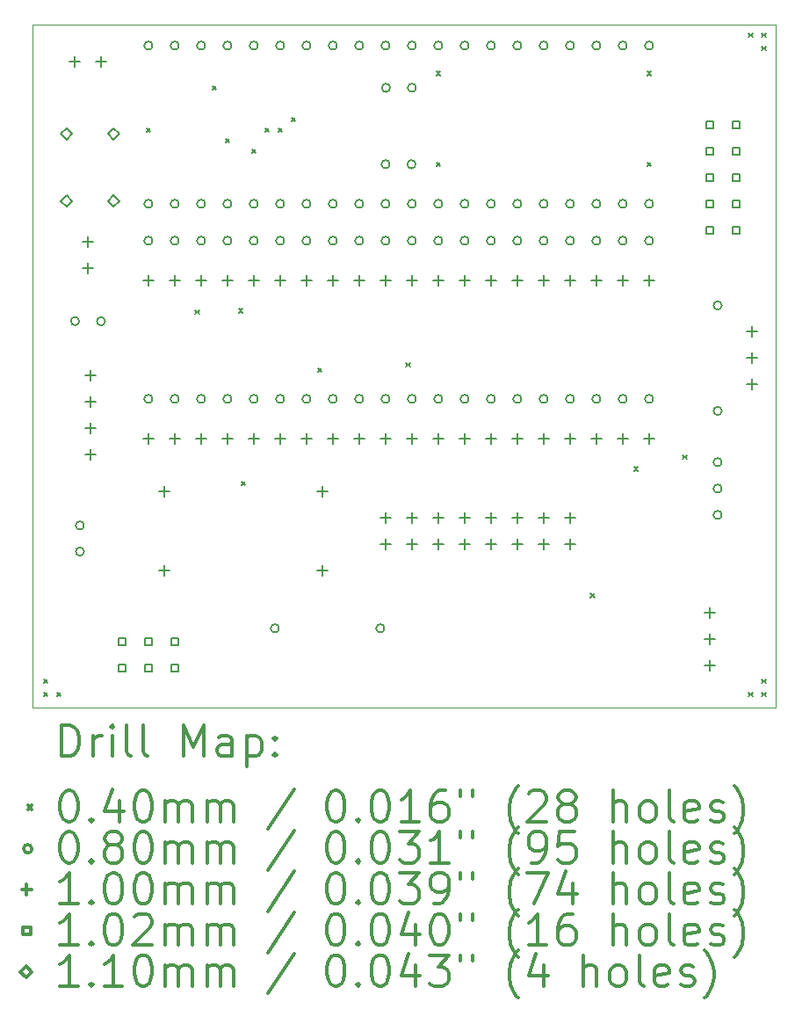
<source format=gbr>
%FSLAX45Y45*%
G04 Gerber Fmt 4.5, Leading zero omitted, Abs format (unit mm)*
G04 Created by KiCad (PCBNEW 5.1.9+dfsg1-1) date 2021-08-26 00:34:31*
%MOMM*%
%LPD*%
G01*
G04 APERTURE LIST*
%TA.AperFunction,Profile*%
%ADD10C,0.100000*%
%TD*%
%ADD11C,0.200000*%
%ADD12C,0.300000*%
G04 APERTURE END LIST*
D10*
X10795000Y-13970000D02*
X17957800Y-13970000D01*
X10795000Y-7391400D02*
X17957800Y-7391400D01*
X10795000Y-7391400D02*
X10795000Y-13970000D01*
X17957800Y-13970000D02*
X17957800Y-7391400D01*
D11*
X10902000Y-13696000D02*
X10942000Y-13736000D01*
X10942000Y-13696000D02*
X10902000Y-13736000D01*
X10902000Y-13823000D02*
X10942000Y-13863000D01*
X10942000Y-13823000D02*
X10902000Y-13863000D01*
X11029000Y-13823000D02*
X11069000Y-13863000D01*
X11069000Y-13823000D02*
X11029000Y-13863000D01*
X11892600Y-8387400D02*
X11932600Y-8427400D01*
X11932600Y-8387400D02*
X11892600Y-8427400D01*
X12362500Y-10140000D02*
X12402500Y-10180000D01*
X12402500Y-10140000D02*
X12362500Y-10180000D01*
X12527600Y-7981000D02*
X12567600Y-8021000D01*
X12567600Y-7981000D02*
X12527600Y-8021000D01*
X12654600Y-8489000D02*
X12694600Y-8529000D01*
X12694600Y-8489000D02*
X12654600Y-8529000D01*
X12781600Y-10127300D02*
X12821600Y-10167300D01*
X12821600Y-10127300D02*
X12781600Y-10167300D01*
X12807000Y-11791000D02*
X12847000Y-11831000D01*
X12847000Y-11791000D02*
X12807000Y-11831000D01*
X12908600Y-8590600D02*
X12948600Y-8630600D01*
X12948600Y-8590600D02*
X12908600Y-8630600D01*
X13035600Y-8387400D02*
X13075600Y-8427400D01*
X13075600Y-8387400D02*
X13035600Y-8427400D01*
X13162600Y-8387400D02*
X13202600Y-8427400D01*
X13202600Y-8387400D02*
X13162600Y-8427400D01*
X13289600Y-8285800D02*
X13329600Y-8325800D01*
X13329600Y-8285800D02*
X13289600Y-8325800D01*
X13543600Y-10698800D02*
X13583600Y-10738800D01*
X13583600Y-10698800D02*
X13543600Y-10738800D01*
X14394500Y-10648000D02*
X14434500Y-10688000D01*
X14434500Y-10648000D02*
X14394500Y-10688000D01*
X14686600Y-7841300D02*
X14726600Y-7881300D01*
X14726600Y-7841300D02*
X14686600Y-7881300D01*
X14686600Y-8717600D02*
X14726600Y-8757600D01*
X14726600Y-8717600D02*
X14686600Y-8757600D01*
X16172500Y-12870500D02*
X16212500Y-12910500D01*
X16212500Y-12870500D02*
X16172500Y-12910500D01*
X16591600Y-11651300D02*
X16631600Y-11691300D01*
X16631600Y-11651300D02*
X16591600Y-11691300D01*
X16718600Y-7841300D02*
X16758600Y-7881300D01*
X16758600Y-7841300D02*
X16718600Y-7881300D01*
X16718600Y-8717600D02*
X16758600Y-8757600D01*
X16758600Y-8717600D02*
X16718600Y-8757600D01*
X17061500Y-11537000D02*
X17101500Y-11577000D01*
X17101500Y-11537000D02*
X17061500Y-11577000D01*
X17696500Y-7473000D02*
X17736500Y-7513000D01*
X17736500Y-7473000D02*
X17696500Y-7513000D01*
X17696500Y-13823000D02*
X17736500Y-13863000D01*
X17736500Y-13823000D02*
X17696500Y-13863000D01*
X17823500Y-7473000D02*
X17863500Y-7513000D01*
X17863500Y-7473000D02*
X17823500Y-7513000D01*
X17823500Y-7600000D02*
X17863500Y-7640000D01*
X17863500Y-7600000D02*
X17823500Y-7640000D01*
X17823500Y-13696000D02*
X17863500Y-13736000D01*
X17863500Y-13696000D02*
X17823500Y-13736000D01*
X17823500Y-13823000D02*
X17863500Y-13863000D01*
X17863500Y-13823000D02*
X17823500Y-13863000D01*
X11245400Y-10248900D02*
G75*
G03*
X11245400Y-10248900I-40000J0D01*
G01*
X11292200Y-12217400D02*
G75*
G03*
X11292200Y-12217400I-40000J0D01*
G01*
X11292200Y-12467400D02*
G75*
G03*
X11292200Y-12467400I-40000J0D01*
G01*
X11495400Y-10248900D02*
G75*
G03*
X11495400Y-10248900I-40000J0D01*
G01*
X11952600Y-7594600D02*
G75*
G03*
X11952600Y-7594600I-40000J0D01*
G01*
X11952600Y-9118600D02*
G75*
G03*
X11952600Y-9118600I-40000J0D01*
G01*
X11952600Y-9474200D02*
G75*
G03*
X11952600Y-9474200I-40000J0D01*
G01*
X11952600Y-10998200D02*
G75*
G03*
X11952600Y-10998200I-40000J0D01*
G01*
X12206600Y-7594600D02*
G75*
G03*
X12206600Y-7594600I-40000J0D01*
G01*
X12206600Y-9118600D02*
G75*
G03*
X12206600Y-9118600I-40000J0D01*
G01*
X12206600Y-9474200D02*
G75*
G03*
X12206600Y-9474200I-40000J0D01*
G01*
X12206600Y-10998200D02*
G75*
G03*
X12206600Y-10998200I-40000J0D01*
G01*
X12460600Y-7594600D02*
G75*
G03*
X12460600Y-7594600I-40000J0D01*
G01*
X12460600Y-9118600D02*
G75*
G03*
X12460600Y-9118600I-40000J0D01*
G01*
X12460600Y-9474200D02*
G75*
G03*
X12460600Y-9474200I-40000J0D01*
G01*
X12460600Y-10998200D02*
G75*
G03*
X12460600Y-10998200I-40000J0D01*
G01*
X12714600Y-7594600D02*
G75*
G03*
X12714600Y-7594600I-40000J0D01*
G01*
X12714600Y-9118600D02*
G75*
G03*
X12714600Y-9118600I-40000J0D01*
G01*
X12714600Y-9474200D02*
G75*
G03*
X12714600Y-9474200I-40000J0D01*
G01*
X12714600Y-10998200D02*
G75*
G03*
X12714600Y-10998200I-40000J0D01*
G01*
X12968600Y-7594600D02*
G75*
G03*
X12968600Y-7594600I-40000J0D01*
G01*
X12968600Y-9118600D02*
G75*
G03*
X12968600Y-9118600I-40000J0D01*
G01*
X12968600Y-9474200D02*
G75*
G03*
X12968600Y-9474200I-40000J0D01*
G01*
X12968600Y-10998200D02*
G75*
G03*
X12968600Y-10998200I-40000J0D01*
G01*
X13171800Y-13208000D02*
G75*
G03*
X13171800Y-13208000I-40000J0D01*
G01*
X13222600Y-7594600D02*
G75*
G03*
X13222600Y-7594600I-40000J0D01*
G01*
X13222600Y-9118600D02*
G75*
G03*
X13222600Y-9118600I-40000J0D01*
G01*
X13222600Y-9474200D02*
G75*
G03*
X13222600Y-9474200I-40000J0D01*
G01*
X13222600Y-10998200D02*
G75*
G03*
X13222600Y-10998200I-40000J0D01*
G01*
X13476600Y-7594600D02*
G75*
G03*
X13476600Y-7594600I-40000J0D01*
G01*
X13476600Y-9118600D02*
G75*
G03*
X13476600Y-9118600I-40000J0D01*
G01*
X13476600Y-9474200D02*
G75*
G03*
X13476600Y-9474200I-40000J0D01*
G01*
X13476600Y-10998200D02*
G75*
G03*
X13476600Y-10998200I-40000J0D01*
G01*
X13730600Y-7594600D02*
G75*
G03*
X13730600Y-7594600I-40000J0D01*
G01*
X13730600Y-9118600D02*
G75*
G03*
X13730600Y-9118600I-40000J0D01*
G01*
X13730600Y-9474200D02*
G75*
G03*
X13730600Y-9474200I-40000J0D01*
G01*
X13730600Y-10998200D02*
G75*
G03*
X13730600Y-10998200I-40000J0D01*
G01*
X13984600Y-7594600D02*
G75*
G03*
X13984600Y-7594600I-40000J0D01*
G01*
X13984600Y-9118600D02*
G75*
G03*
X13984600Y-9118600I-40000J0D01*
G01*
X13984600Y-9474200D02*
G75*
G03*
X13984600Y-9474200I-40000J0D01*
G01*
X13984600Y-10998200D02*
G75*
G03*
X13984600Y-10998200I-40000J0D01*
G01*
X14187800Y-13208000D02*
G75*
G03*
X14187800Y-13208000I-40000J0D01*
G01*
X14238600Y-7594600D02*
G75*
G03*
X14238600Y-7594600I-40000J0D01*
G01*
X14238600Y-8737600D02*
G75*
G03*
X14238600Y-8737600I-40000J0D01*
G01*
X14238600Y-9118600D02*
G75*
G03*
X14238600Y-9118600I-40000J0D01*
G01*
X14238600Y-9474200D02*
G75*
G03*
X14238600Y-9474200I-40000J0D01*
G01*
X14238600Y-10998200D02*
G75*
G03*
X14238600Y-10998200I-40000J0D01*
G01*
X14242600Y-8001000D02*
G75*
G03*
X14242600Y-8001000I-40000J0D01*
G01*
X14488600Y-8737600D02*
G75*
G03*
X14488600Y-8737600I-40000J0D01*
G01*
X14492600Y-7594600D02*
G75*
G03*
X14492600Y-7594600I-40000J0D01*
G01*
X14492600Y-8001000D02*
G75*
G03*
X14492600Y-8001000I-40000J0D01*
G01*
X14492600Y-9118600D02*
G75*
G03*
X14492600Y-9118600I-40000J0D01*
G01*
X14492600Y-9474200D02*
G75*
G03*
X14492600Y-9474200I-40000J0D01*
G01*
X14492600Y-10998200D02*
G75*
G03*
X14492600Y-10998200I-40000J0D01*
G01*
X14746600Y-7594600D02*
G75*
G03*
X14746600Y-7594600I-40000J0D01*
G01*
X14746600Y-9118600D02*
G75*
G03*
X14746600Y-9118600I-40000J0D01*
G01*
X14746600Y-9474200D02*
G75*
G03*
X14746600Y-9474200I-40000J0D01*
G01*
X14746600Y-10998200D02*
G75*
G03*
X14746600Y-10998200I-40000J0D01*
G01*
X15000600Y-7594600D02*
G75*
G03*
X15000600Y-7594600I-40000J0D01*
G01*
X15000600Y-9118600D02*
G75*
G03*
X15000600Y-9118600I-40000J0D01*
G01*
X15000600Y-9474200D02*
G75*
G03*
X15000600Y-9474200I-40000J0D01*
G01*
X15000600Y-10998200D02*
G75*
G03*
X15000600Y-10998200I-40000J0D01*
G01*
X15254600Y-7594600D02*
G75*
G03*
X15254600Y-7594600I-40000J0D01*
G01*
X15254600Y-9118600D02*
G75*
G03*
X15254600Y-9118600I-40000J0D01*
G01*
X15254600Y-9474200D02*
G75*
G03*
X15254600Y-9474200I-40000J0D01*
G01*
X15254600Y-10998200D02*
G75*
G03*
X15254600Y-10998200I-40000J0D01*
G01*
X15508600Y-7594600D02*
G75*
G03*
X15508600Y-7594600I-40000J0D01*
G01*
X15508600Y-9118600D02*
G75*
G03*
X15508600Y-9118600I-40000J0D01*
G01*
X15508600Y-9474200D02*
G75*
G03*
X15508600Y-9474200I-40000J0D01*
G01*
X15508600Y-10998200D02*
G75*
G03*
X15508600Y-10998200I-40000J0D01*
G01*
X15762600Y-7594600D02*
G75*
G03*
X15762600Y-7594600I-40000J0D01*
G01*
X15762600Y-9118600D02*
G75*
G03*
X15762600Y-9118600I-40000J0D01*
G01*
X15762600Y-9474200D02*
G75*
G03*
X15762600Y-9474200I-40000J0D01*
G01*
X15762600Y-10998200D02*
G75*
G03*
X15762600Y-10998200I-40000J0D01*
G01*
X16016600Y-7594600D02*
G75*
G03*
X16016600Y-7594600I-40000J0D01*
G01*
X16016600Y-9118600D02*
G75*
G03*
X16016600Y-9118600I-40000J0D01*
G01*
X16016600Y-9474200D02*
G75*
G03*
X16016600Y-9474200I-40000J0D01*
G01*
X16016600Y-10998200D02*
G75*
G03*
X16016600Y-10998200I-40000J0D01*
G01*
X16270600Y-7594600D02*
G75*
G03*
X16270600Y-7594600I-40000J0D01*
G01*
X16270600Y-9118600D02*
G75*
G03*
X16270600Y-9118600I-40000J0D01*
G01*
X16270600Y-9474200D02*
G75*
G03*
X16270600Y-9474200I-40000J0D01*
G01*
X16270600Y-10998200D02*
G75*
G03*
X16270600Y-10998200I-40000J0D01*
G01*
X16524600Y-7594600D02*
G75*
G03*
X16524600Y-7594600I-40000J0D01*
G01*
X16524600Y-9118600D02*
G75*
G03*
X16524600Y-9118600I-40000J0D01*
G01*
X16524600Y-9474200D02*
G75*
G03*
X16524600Y-9474200I-40000J0D01*
G01*
X16524600Y-10998200D02*
G75*
G03*
X16524600Y-10998200I-40000J0D01*
G01*
X16778600Y-7594600D02*
G75*
G03*
X16778600Y-7594600I-40000J0D01*
G01*
X16778600Y-9118600D02*
G75*
G03*
X16778600Y-9118600I-40000J0D01*
G01*
X16778600Y-9474200D02*
G75*
G03*
X16778600Y-9474200I-40000J0D01*
G01*
X16778600Y-10998200D02*
G75*
G03*
X16778600Y-10998200I-40000J0D01*
G01*
X17439000Y-10096500D02*
G75*
G03*
X17439000Y-10096500I-40000J0D01*
G01*
X17439000Y-11112500D02*
G75*
G03*
X17439000Y-11112500I-40000J0D01*
G01*
X17439000Y-11607800D02*
G75*
G03*
X17439000Y-11607800I-40000J0D01*
G01*
X17439000Y-11861800D02*
G75*
G03*
X17439000Y-11861800I-40000J0D01*
G01*
X17439000Y-12115800D02*
G75*
G03*
X17439000Y-12115800I-40000J0D01*
G01*
X11201400Y-7697000D02*
X11201400Y-7797000D01*
X11151400Y-7747000D02*
X11251400Y-7747000D01*
X11328400Y-9436900D02*
X11328400Y-9536900D01*
X11278400Y-9486900D02*
X11378400Y-9486900D01*
X11328400Y-9690900D02*
X11328400Y-9790900D01*
X11278400Y-9740900D02*
X11378400Y-9740900D01*
X11353800Y-10719600D02*
X11353800Y-10819600D01*
X11303800Y-10769600D02*
X11403800Y-10769600D01*
X11353800Y-10973600D02*
X11353800Y-11073600D01*
X11303800Y-11023600D02*
X11403800Y-11023600D01*
X11353800Y-11227600D02*
X11353800Y-11327600D01*
X11303800Y-11277600D02*
X11403800Y-11277600D01*
X11353800Y-11481600D02*
X11353800Y-11581600D01*
X11303800Y-11531600D02*
X11403800Y-11531600D01*
X11455400Y-7697000D02*
X11455400Y-7797000D01*
X11405400Y-7747000D02*
X11505400Y-7747000D01*
X11912600Y-9805200D02*
X11912600Y-9905200D01*
X11862600Y-9855200D02*
X11962600Y-9855200D01*
X11912600Y-11329200D02*
X11912600Y-11429200D01*
X11862600Y-11379200D02*
X11962600Y-11379200D01*
X12065000Y-11837200D02*
X12065000Y-11937200D01*
X12015000Y-11887200D02*
X12115000Y-11887200D01*
X12065000Y-12599200D02*
X12065000Y-12699200D01*
X12015000Y-12649200D02*
X12115000Y-12649200D01*
X12166600Y-9805200D02*
X12166600Y-9905200D01*
X12116600Y-9855200D02*
X12216600Y-9855200D01*
X12166600Y-11329200D02*
X12166600Y-11429200D01*
X12116600Y-11379200D02*
X12216600Y-11379200D01*
X12420600Y-9805200D02*
X12420600Y-9905200D01*
X12370600Y-9855200D02*
X12470600Y-9855200D01*
X12420600Y-11329200D02*
X12420600Y-11429200D01*
X12370600Y-11379200D02*
X12470600Y-11379200D01*
X12674600Y-9805200D02*
X12674600Y-9905200D01*
X12624600Y-9855200D02*
X12724600Y-9855200D01*
X12674600Y-11329200D02*
X12674600Y-11429200D01*
X12624600Y-11379200D02*
X12724600Y-11379200D01*
X12928600Y-9805200D02*
X12928600Y-9905200D01*
X12878600Y-9855200D02*
X12978600Y-9855200D01*
X12928600Y-11329200D02*
X12928600Y-11429200D01*
X12878600Y-11379200D02*
X12978600Y-11379200D01*
X13182600Y-9805200D02*
X13182600Y-9905200D01*
X13132600Y-9855200D02*
X13232600Y-9855200D01*
X13182600Y-11329200D02*
X13182600Y-11429200D01*
X13132600Y-11379200D02*
X13232600Y-11379200D01*
X13436600Y-9805200D02*
X13436600Y-9905200D01*
X13386600Y-9855200D02*
X13486600Y-9855200D01*
X13436600Y-11329200D02*
X13436600Y-11429200D01*
X13386600Y-11379200D02*
X13486600Y-11379200D01*
X13589000Y-11837200D02*
X13589000Y-11937200D01*
X13539000Y-11887200D02*
X13639000Y-11887200D01*
X13589000Y-12599200D02*
X13589000Y-12699200D01*
X13539000Y-12649200D02*
X13639000Y-12649200D01*
X13690600Y-9805200D02*
X13690600Y-9905200D01*
X13640600Y-9855200D02*
X13740600Y-9855200D01*
X13690600Y-11329200D02*
X13690600Y-11429200D01*
X13640600Y-11379200D02*
X13740600Y-11379200D01*
X13944600Y-9805200D02*
X13944600Y-9905200D01*
X13894600Y-9855200D02*
X13994600Y-9855200D01*
X13944600Y-11329200D02*
X13944600Y-11429200D01*
X13894600Y-11379200D02*
X13994600Y-11379200D01*
X14198600Y-9805200D02*
X14198600Y-9905200D01*
X14148600Y-9855200D02*
X14248600Y-9855200D01*
X14198600Y-11329200D02*
X14198600Y-11429200D01*
X14148600Y-11379200D02*
X14248600Y-11379200D01*
X14198600Y-12091200D02*
X14198600Y-12191200D01*
X14148600Y-12141200D02*
X14248600Y-12141200D01*
X14198600Y-12345200D02*
X14198600Y-12445200D01*
X14148600Y-12395200D02*
X14248600Y-12395200D01*
X14452600Y-9805200D02*
X14452600Y-9905200D01*
X14402600Y-9855200D02*
X14502600Y-9855200D01*
X14452600Y-11329200D02*
X14452600Y-11429200D01*
X14402600Y-11379200D02*
X14502600Y-11379200D01*
X14452600Y-12091200D02*
X14452600Y-12191200D01*
X14402600Y-12141200D02*
X14502600Y-12141200D01*
X14452600Y-12345200D02*
X14452600Y-12445200D01*
X14402600Y-12395200D02*
X14502600Y-12395200D01*
X14706600Y-9805200D02*
X14706600Y-9905200D01*
X14656600Y-9855200D02*
X14756600Y-9855200D01*
X14706600Y-11329200D02*
X14706600Y-11429200D01*
X14656600Y-11379200D02*
X14756600Y-11379200D01*
X14706600Y-12091200D02*
X14706600Y-12191200D01*
X14656600Y-12141200D02*
X14756600Y-12141200D01*
X14706600Y-12345200D02*
X14706600Y-12445200D01*
X14656600Y-12395200D02*
X14756600Y-12395200D01*
X14960600Y-9805200D02*
X14960600Y-9905200D01*
X14910600Y-9855200D02*
X15010600Y-9855200D01*
X14960600Y-11329200D02*
X14960600Y-11429200D01*
X14910600Y-11379200D02*
X15010600Y-11379200D01*
X14960600Y-12091200D02*
X14960600Y-12191200D01*
X14910600Y-12141200D02*
X15010600Y-12141200D01*
X14960600Y-12345200D02*
X14960600Y-12445200D01*
X14910600Y-12395200D02*
X15010600Y-12395200D01*
X15214600Y-9805200D02*
X15214600Y-9905200D01*
X15164600Y-9855200D02*
X15264600Y-9855200D01*
X15214600Y-11329200D02*
X15214600Y-11429200D01*
X15164600Y-11379200D02*
X15264600Y-11379200D01*
X15214600Y-12091200D02*
X15214600Y-12191200D01*
X15164600Y-12141200D02*
X15264600Y-12141200D01*
X15214600Y-12345200D02*
X15214600Y-12445200D01*
X15164600Y-12395200D02*
X15264600Y-12395200D01*
X15468600Y-9805200D02*
X15468600Y-9905200D01*
X15418600Y-9855200D02*
X15518600Y-9855200D01*
X15468600Y-11329200D02*
X15468600Y-11429200D01*
X15418600Y-11379200D02*
X15518600Y-11379200D01*
X15468600Y-12091200D02*
X15468600Y-12191200D01*
X15418600Y-12141200D02*
X15518600Y-12141200D01*
X15468600Y-12345200D02*
X15468600Y-12445200D01*
X15418600Y-12395200D02*
X15518600Y-12395200D01*
X15722600Y-9805200D02*
X15722600Y-9905200D01*
X15672600Y-9855200D02*
X15772600Y-9855200D01*
X15722600Y-11329200D02*
X15722600Y-11429200D01*
X15672600Y-11379200D02*
X15772600Y-11379200D01*
X15722600Y-12091200D02*
X15722600Y-12191200D01*
X15672600Y-12141200D02*
X15772600Y-12141200D01*
X15722600Y-12345200D02*
X15722600Y-12445200D01*
X15672600Y-12395200D02*
X15772600Y-12395200D01*
X15976600Y-9805200D02*
X15976600Y-9905200D01*
X15926600Y-9855200D02*
X16026600Y-9855200D01*
X15976600Y-11329200D02*
X15976600Y-11429200D01*
X15926600Y-11379200D02*
X16026600Y-11379200D01*
X15976600Y-12091200D02*
X15976600Y-12191200D01*
X15926600Y-12141200D02*
X16026600Y-12141200D01*
X15976600Y-12345200D02*
X15976600Y-12445200D01*
X15926600Y-12395200D02*
X16026600Y-12395200D01*
X16230600Y-9805200D02*
X16230600Y-9905200D01*
X16180600Y-9855200D02*
X16280600Y-9855200D01*
X16230600Y-11329200D02*
X16230600Y-11429200D01*
X16180600Y-11379200D02*
X16280600Y-11379200D01*
X16484600Y-9805200D02*
X16484600Y-9905200D01*
X16434600Y-9855200D02*
X16534600Y-9855200D01*
X16484600Y-11329200D02*
X16484600Y-11429200D01*
X16434600Y-11379200D02*
X16534600Y-11379200D01*
X16738600Y-9805200D02*
X16738600Y-9905200D01*
X16688600Y-9855200D02*
X16788600Y-9855200D01*
X16738600Y-11329200D02*
X16738600Y-11429200D01*
X16688600Y-11379200D02*
X16788600Y-11379200D01*
X17322800Y-13005600D02*
X17322800Y-13105600D01*
X17272800Y-13055600D02*
X17372800Y-13055600D01*
X17322800Y-13259600D02*
X17322800Y-13359600D01*
X17272800Y-13309600D02*
X17372800Y-13309600D01*
X17322800Y-13513600D02*
X17322800Y-13613600D01*
X17272800Y-13563600D02*
X17372800Y-13563600D01*
X17729200Y-10300500D02*
X17729200Y-10400500D01*
X17679200Y-10350500D02*
X17779200Y-10350500D01*
X17729200Y-10554500D02*
X17729200Y-10654500D01*
X17679200Y-10604500D02*
X17779200Y-10604500D01*
X17729200Y-10808500D02*
X17729200Y-10908500D01*
X17679200Y-10858500D02*
X17779200Y-10858500D01*
X11694521Y-13370921D02*
X11694521Y-13299079D01*
X11622679Y-13299079D01*
X11622679Y-13370921D01*
X11694521Y-13370921D01*
X11694521Y-13624921D02*
X11694521Y-13553079D01*
X11622679Y-13553079D01*
X11622679Y-13624921D01*
X11694521Y-13624921D01*
X11948521Y-13370921D02*
X11948521Y-13299079D01*
X11876679Y-13299079D01*
X11876679Y-13370921D01*
X11948521Y-13370921D01*
X11948521Y-13624921D02*
X11948521Y-13553079D01*
X11876679Y-13553079D01*
X11876679Y-13624921D01*
X11948521Y-13624921D01*
X12202521Y-13370921D02*
X12202521Y-13299079D01*
X12130679Y-13299079D01*
X12130679Y-13370921D01*
X12202521Y-13370921D01*
X12202521Y-13624921D02*
X12202521Y-13553079D01*
X12130679Y-13553079D01*
X12130679Y-13624921D01*
X12202521Y-13624921D01*
X17358721Y-8392521D02*
X17358721Y-8320679D01*
X17286879Y-8320679D01*
X17286879Y-8392521D01*
X17358721Y-8392521D01*
X17358721Y-8646521D02*
X17358721Y-8574679D01*
X17286879Y-8574679D01*
X17286879Y-8646521D01*
X17358721Y-8646521D01*
X17358721Y-8900521D02*
X17358721Y-8828679D01*
X17286879Y-8828679D01*
X17286879Y-8900521D01*
X17358721Y-8900521D01*
X17358721Y-9154521D02*
X17358721Y-9082679D01*
X17286879Y-9082679D01*
X17286879Y-9154521D01*
X17358721Y-9154521D01*
X17358721Y-9408521D02*
X17358721Y-9336679D01*
X17286879Y-9336679D01*
X17286879Y-9408521D01*
X17358721Y-9408521D01*
X17612721Y-8392521D02*
X17612721Y-8320679D01*
X17540879Y-8320679D01*
X17540879Y-8392521D01*
X17612721Y-8392521D01*
X17612721Y-8646521D02*
X17612721Y-8574679D01*
X17540879Y-8574679D01*
X17540879Y-8646521D01*
X17612721Y-8646521D01*
X17612721Y-8900521D02*
X17612721Y-8828679D01*
X17540879Y-8828679D01*
X17540879Y-8900521D01*
X17612721Y-8900521D01*
X17612721Y-9154521D02*
X17612721Y-9082679D01*
X17540879Y-9082679D01*
X17540879Y-9154521D01*
X17612721Y-9154521D01*
X17612721Y-9408521D02*
X17612721Y-9336679D01*
X17540879Y-9336679D01*
X17540879Y-9408521D01*
X17612721Y-9408521D01*
X11125200Y-8498200D02*
X11180200Y-8443200D01*
X11125200Y-8388200D01*
X11070200Y-8443200D01*
X11125200Y-8498200D01*
X11125200Y-9148200D02*
X11180200Y-9093200D01*
X11125200Y-9038200D01*
X11070200Y-9093200D01*
X11125200Y-9148200D01*
X11575200Y-8498200D02*
X11630200Y-8443200D01*
X11575200Y-8388200D01*
X11520200Y-8443200D01*
X11575200Y-8498200D01*
X11575200Y-9148200D02*
X11630200Y-9093200D01*
X11575200Y-9038200D01*
X11520200Y-9093200D01*
X11575200Y-9148200D01*
D12*
X11076428Y-14440714D02*
X11076428Y-14140714D01*
X11147857Y-14140714D01*
X11190714Y-14155000D01*
X11219286Y-14183571D01*
X11233571Y-14212143D01*
X11247857Y-14269286D01*
X11247857Y-14312143D01*
X11233571Y-14369286D01*
X11219286Y-14397857D01*
X11190714Y-14426429D01*
X11147857Y-14440714D01*
X11076428Y-14440714D01*
X11376428Y-14440714D02*
X11376428Y-14240714D01*
X11376428Y-14297857D02*
X11390714Y-14269286D01*
X11405000Y-14255000D01*
X11433571Y-14240714D01*
X11462143Y-14240714D01*
X11562143Y-14440714D02*
X11562143Y-14240714D01*
X11562143Y-14140714D02*
X11547857Y-14155000D01*
X11562143Y-14169286D01*
X11576428Y-14155000D01*
X11562143Y-14140714D01*
X11562143Y-14169286D01*
X11747857Y-14440714D02*
X11719286Y-14426429D01*
X11705000Y-14397857D01*
X11705000Y-14140714D01*
X11905000Y-14440714D02*
X11876428Y-14426429D01*
X11862143Y-14397857D01*
X11862143Y-14140714D01*
X12247857Y-14440714D02*
X12247857Y-14140714D01*
X12347857Y-14355000D01*
X12447857Y-14140714D01*
X12447857Y-14440714D01*
X12719286Y-14440714D02*
X12719286Y-14283571D01*
X12705000Y-14255000D01*
X12676428Y-14240714D01*
X12619286Y-14240714D01*
X12590714Y-14255000D01*
X12719286Y-14426429D02*
X12690714Y-14440714D01*
X12619286Y-14440714D01*
X12590714Y-14426429D01*
X12576428Y-14397857D01*
X12576428Y-14369286D01*
X12590714Y-14340714D01*
X12619286Y-14326429D01*
X12690714Y-14326429D01*
X12719286Y-14312143D01*
X12862143Y-14240714D02*
X12862143Y-14540714D01*
X12862143Y-14255000D02*
X12890714Y-14240714D01*
X12947857Y-14240714D01*
X12976428Y-14255000D01*
X12990714Y-14269286D01*
X13005000Y-14297857D01*
X13005000Y-14383571D01*
X12990714Y-14412143D01*
X12976428Y-14426429D01*
X12947857Y-14440714D01*
X12890714Y-14440714D01*
X12862143Y-14426429D01*
X13133571Y-14412143D02*
X13147857Y-14426429D01*
X13133571Y-14440714D01*
X13119286Y-14426429D01*
X13133571Y-14412143D01*
X13133571Y-14440714D01*
X13133571Y-14255000D02*
X13147857Y-14269286D01*
X13133571Y-14283571D01*
X13119286Y-14269286D01*
X13133571Y-14255000D01*
X13133571Y-14283571D01*
X10750000Y-14915000D02*
X10790000Y-14955000D01*
X10790000Y-14915000D02*
X10750000Y-14955000D01*
X11133571Y-14770714D02*
X11162143Y-14770714D01*
X11190714Y-14785000D01*
X11205000Y-14799286D01*
X11219286Y-14827857D01*
X11233571Y-14885000D01*
X11233571Y-14956429D01*
X11219286Y-15013571D01*
X11205000Y-15042143D01*
X11190714Y-15056429D01*
X11162143Y-15070714D01*
X11133571Y-15070714D01*
X11105000Y-15056429D01*
X11090714Y-15042143D01*
X11076428Y-15013571D01*
X11062143Y-14956429D01*
X11062143Y-14885000D01*
X11076428Y-14827857D01*
X11090714Y-14799286D01*
X11105000Y-14785000D01*
X11133571Y-14770714D01*
X11362143Y-15042143D02*
X11376428Y-15056429D01*
X11362143Y-15070714D01*
X11347857Y-15056429D01*
X11362143Y-15042143D01*
X11362143Y-15070714D01*
X11633571Y-14870714D02*
X11633571Y-15070714D01*
X11562143Y-14756429D02*
X11490714Y-14970714D01*
X11676428Y-14970714D01*
X11847857Y-14770714D02*
X11876428Y-14770714D01*
X11905000Y-14785000D01*
X11919286Y-14799286D01*
X11933571Y-14827857D01*
X11947857Y-14885000D01*
X11947857Y-14956429D01*
X11933571Y-15013571D01*
X11919286Y-15042143D01*
X11905000Y-15056429D01*
X11876428Y-15070714D01*
X11847857Y-15070714D01*
X11819286Y-15056429D01*
X11805000Y-15042143D01*
X11790714Y-15013571D01*
X11776428Y-14956429D01*
X11776428Y-14885000D01*
X11790714Y-14827857D01*
X11805000Y-14799286D01*
X11819286Y-14785000D01*
X11847857Y-14770714D01*
X12076428Y-15070714D02*
X12076428Y-14870714D01*
X12076428Y-14899286D02*
X12090714Y-14885000D01*
X12119286Y-14870714D01*
X12162143Y-14870714D01*
X12190714Y-14885000D01*
X12205000Y-14913571D01*
X12205000Y-15070714D01*
X12205000Y-14913571D02*
X12219286Y-14885000D01*
X12247857Y-14870714D01*
X12290714Y-14870714D01*
X12319286Y-14885000D01*
X12333571Y-14913571D01*
X12333571Y-15070714D01*
X12476428Y-15070714D02*
X12476428Y-14870714D01*
X12476428Y-14899286D02*
X12490714Y-14885000D01*
X12519286Y-14870714D01*
X12562143Y-14870714D01*
X12590714Y-14885000D01*
X12605000Y-14913571D01*
X12605000Y-15070714D01*
X12605000Y-14913571D02*
X12619286Y-14885000D01*
X12647857Y-14870714D01*
X12690714Y-14870714D01*
X12719286Y-14885000D01*
X12733571Y-14913571D01*
X12733571Y-15070714D01*
X13319286Y-14756429D02*
X13062143Y-15142143D01*
X13705000Y-14770714D02*
X13733571Y-14770714D01*
X13762143Y-14785000D01*
X13776428Y-14799286D01*
X13790714Y-14827857D01*
X13805000Y-14885000D01*
X13805000Y-14956429D01*
X13790714Y-15013571D01*
X13776428Y-15042143D01*
X13762143Y-15056429D01*
X13733571Y-15070714D01*
X13705000Y-15070714D01*
X13676428Y-15056429D01*
X13662143Y-15042143D01*
X13647857Y-15013571D01*
X13633571Y-14956429D01*
X13633571Y-14885000D01*
X13647857Y-14827857D01*
X13662143Y-14799286D01*
X13676428Y-14785000D01*
X13705000Y-14770714D01*
X13933571Y-15042143D02*
X13947857Y-15056429D01*
X13933571Y-15070714D01*
X13919286Y-15056429D01*
X13933571Y-15042143D01*
X13933571Y-15070714D01*
X14133571Y-14770714D02*
X14162143Y-14770714D01*
X14190714Y-14785000D01*
X14205000Y-14799286D01*
X14219286Y-14827857D01*
X14233571Y-14885000D01*
X14233571Y-14956429D01*
X14219286Y-15013571D01*
X14205000Y-15042143D01*
X14190714Y-15056429D01*
X14162143Y-15070714D01*
X14133571Y-15070714D01*
X14105000Y-15056429D01*
X14090714Y-15042143D01*
X14076428Y-15013571D01*
X14062143Y-14956429D01*
X14062143Y-14885000D01*
X14076428Y-14827857D01*
X14090714Y-14799286D01*
X14105000Y-14785000D01*
X14133571Y-14770714D01*
X14519286Y-15070714D02*
X14347857Y-15070714D01*
X14433571Y-15070714D02*
X14433571Y-14770714D01*
X14405000Y-14813571D01*
X14376428Y-14842143D01*
X14347857Y-14856429D01*
X14776428Y-14770714D02*
X14719286Y-14770714D01*
X14690714Y-14785000D01*
X14676428Y-14799286D01*
X14647857Y-14842143D01*
X14633571Y-14899286D01*
X14633571Y-15013571D01*
X14647857Y-15042143D01*
X14662143Y-15056429D01*
X14690714Y-15070714D01*
X14747857Y-15070714D01*
X14776428Y-15056429D01*
X14790714Y-15042143D01*
X14805000Y-15013571D01*
X14805000Y-14942143D01*
X14790714Y-14913571D01*
X14776428Y-14899286D01*
X14747857Y-14885000D01*
X14690714Y-14885000D01*
X14662143Y-14899286D01*
X14647857Y-14913571D01*
X14633571Y-14942143D01*
X14919286Y-14770714D02*
X14919286Y-14827857D01*
X15033571Y-14770714D02*
X15033571Y-14827857D01*
X15476428Y-15185000D02*
X15462143Y-15170714D01*
X15433571Y-15127857D01*
X15419286Y-15099286D01*
X15405000Y-15056429D01*
X15390714Y-14985000D01*
X15390714Y-14927857D01*
X15405000Y-14856429D01*
X15419286Y-14813571D01*
X15433571Y-14785000D01*
X15462143Y-14742143D01*
X15476428Y-14727857D01*
X15576428Y-14799286D02*
X15590714Y-14785000D01*
X15619286Y-14770714D01*
X15690714Y-14770714D01*
X15719286Y-14785000D01*
X15733571Y-14799286D01*
X15747857Y-14827857D01*
X15747857Y-14856429D01*
X15733571Y-14899286D01*
X15562143Y-15070714D01*
X15747857Y-15070714D01*
X15919286Y-14899286D02*
X15890714Y-14885000D01*
X15876428Y-14870714D01*
X15862143Y-14842143D01*
X15862143Y-14827857D01*
X15876428Y-14799286D01*
X15890714Y-14785000D01*
X15919286Y-14770714D01*
X15976428Y-14770714D01*
X16005000Y-14785000D01*
X16019286Y-14799286D01*
X16033571Y-14827857D01*
X16033571Y-14842143D01*
X16019286Y-14870714D01*
X16005000Y-14885000D01*
X15976428Y-14899286D01*
X15919286Y-14899286D01*
X15890714Y-14913571D01*
X15876428Y-14927857D01*
X15862143Y-14956429D01*
X15862143Y-15013571D01*
X15876428Y-15042143D01*
X15890714Y-15056429D01*
X15919286Y-15070714D01*
X15976428Y-15070714D01*
X16005000Y-15056429D01*
X16019286Y-15042143D01*
X16033571Y-15013571D01*
X16033571Y-14956429D01*
X16019286Y-14927857D01*
X16005000Y-14913571D01*
X15976428Y-14899286D01*
X16390714Y-15070714D02*
X16390714Y-14770714D01*
X16519286Y-15070714D02*
X16519286Y-14913571D01*
X16505000Y-14885000D01*
X16476428Y-14870714D01*
X16433571Y-14870714D01*
X16405000Y-14885000D01*
X16390714Y-14899286D01*
X16705000Y-15070714D02*
X16676428Y-15056429D01*
X16662143Y-15042143D01*
X16647857Y-15013571D01*
X16647857Y-14927857D01*
X16662143Y-14899286D01*
X16676428Y-14885000D01*
X16705000Y-14870714D01*
X16747857Y-14870714D01*
X16776428Y-14885000D01*
X16790714Y-14899286D01*
X16805000Y-14927857D01*
X16805000Y-15013571D01*
X16790714Y-15042143D01*
X16776428Y-15056429D01*
X16747857Y-15070714D01*
X16705000Y-15070714D01*
X16976428Y-15070714D02*
X16947857Y-15056429D01*
X16933571Y-15027857D01*
X16933571Y-14770714D01*
X17205000Y-15056429D02*
X17176428Y-15070714D01*
X17119286Y-15070714D01*
X17090714Y-15056429D01*
X17076428Y-15027857D01*
X17076428Y-14913571D01*
X17090714Y-14885000D01*
X17119286Y-14870714D01*
X17176428Y-14870714D01*
X17205000Y-14885000D01*
X17219286Y-14913571D01*
X17219286Y-14942143D01*
X17076428Y-14970714D01*
X17333571Y-15056429D02*
X17362143Y-15070714D01*
X17419286Y-15070714D01*
X17447857Y-15056429D01*
X17462143Y-15027857D01*
X17462143Y-15013571D01*
X17447857Y-14985000D01*
X17419286Y-14970714D01*
X17376428Y-14970714D01*
X17347857Y-14956429D01*
X17333571Y-14927857D01*
X17333571Y-14913571D01*
X17347857Y-14885000D01*
X17376428Y-14870714D01*
X17419286Y-14870714D01*
X17447857Y-14885000D01*
X17562143Y-15185000D02*
X17576428Y-15170714D01*
X17605000Y-15127857D01*
X17619286Y-15099286D01*
X17633571Y-15056429D01*
X17647857Y-14985000D01*
X17647857Y-14927857D01*
X17633571Y-14856429D01*
X17619286Y-14813571D01*
X17605000Y-14785000D01*
X17576428Y-14742143D01*
X17562143Y-14727857D01*
X10790000Y-15331000D02*
G75*
G03*
X10790000Y-15331000I-40000J0D01*
G01*
X11133571Y-15166714D02*
X11162143Y-15166714D01*
X11190714Y-15181000D01*
X11205000Y-15195286D01*
X11219286Y-15223857D01*
X11233571Y-15281000D01*
X11233571Y-15352429D01*
X11219286Y-15409571D01*
X11205000Y-15438143D01*
X11190714Y-15452429D01*
X11162143Y-15466714D01*
X11133571Y-15466714D01*
X11105000Y-15452429D01*
X11090714Y-15438143D01*
X11076428Y-15409571D01*
X11062143Y-15352429D01*
X11062143Y-15281000D01*
X11076428Y-15223857D01*
X11090714Y-15195286D01*
X11105000Y-15181000D01*
X11133571Y-15166714D01*
X11362143Y-15438143D02*
X11376428Y-15452429D01*
X11362143Y-15466714D01*
X11347857Y-15452429D01*
X11362143Y-15438143D01*
X11362143Y-15466714D01*
X11547857Y-15295286D02*
X11519286Y-15281000D01*
X11505000Y-15266714D01*
X11490714Y-15238143D01*
X11490714Y-15223857D01*
X11505000Y-15195286D01*
X11519286Y-15181000D01*
X11547857Y-15166714D01*
X11605000Y-15166714D01*
X11633571Y-15181000D01*
X11647857Y-15195286D01*
X11662143Y-15223857D01*
X11662143Y-15238143D01*
X11647857Y-15266714D01*
X11633571Y-15281000D01*
X11605000Y-15295286D01*
X11547857Y-15295286D01*
X11519286Y-15309571D01*
X11505000Y-15323857D01*
X11490714Y-15352429D01*
X11490714Y-15409571D01*
X11505000Y-15438143D01*
X11519286Y-15452429D01*
X11547857Y-15466714D01*
X11605000Y-15466714D01*
X11633571Y-15452429D01*
X11647857Y-15438143D01*
X11662143Y-15409571D01*
X11662143Y-15352429D01*
X11647857Y-15323857D01*
X11633571Y-15309571D01*
X11605000Y-15295286D01*
X11847857Y-15166714D02*
X11876428Y-15166714D01*
X11905000Y-15181000D01*
X11919286Y-15195286D01*
X11933571Y-15223857D01*
X11947857Y-15281000D01*
X11947857Y-15352429D01*
X11933571Y-15409571D01*
X11919286Y-15438143D01*
X11905000Y-15452429D01*
X11876428Y-15466714D01*
X11847857Y-15466714D01*
X11819286Y-15452429D01*
X11805000Y-15438143D01*
X11790714Y-15409571D01*
X11776428Y-15352429D01*
X11776428Y-15281000D01*
X11790714Y-15223857D01*
X11805000Y-15195286D01*
X11819286Y-15181000D01*
X11847857Y-15166714D01*
X12076428Y-15466714D02*
X12076428Y-15266714D01*
X12076428Y-15295286D02*
X12090714Y-15281000D01*
X12119286Y-15266714D01*
X12162143Y-15266714D01*
X12190714Y-15281000D01*
X12205000Y-15309571D01*
X12205000Y-15466714D01*
X12205000Y-15309571D02*
X12219286Y-15281000D01*
X12247857Y-15266714D01*
X12290714Y-15266714D01*
X12319286Y-15281000D01*
X12333571Y-15309571D01*
X12333571Y-15466714D01*
X12476428Y-15466714D02*
X12476428Y-15266714D01*
X12476428Y-15295286D02*
X12490714Y-15281000D01*
X12519286Y-15266714D01*
X12562143Y-15266714D01*
X12590714Y-15281000D01*
X12605000Y-15309571D01*
X12605000Y-15466714D01*
X12605000Y-15309571D02*
X12619286Y-15281000D01*
X12647857Y-15266714D01*
X12690714Y-15266714D01*
X12719286Y-15281000D01*
X12733571Y-15309571D01*
X12733571Y-15466714D01*
X13319286Y-15152429D02*
X13062143Y-15538143D01*
X13705000Y-15166714D02*
X13733571Y-15166714D01*
X13762143Y-15181000D01*
X13776428Y-15195286D01*
X13790714Y-15223857D01*
X13805000Y-15281000D01*
X13805000Y-15352429D01*
X13790714Y-15409571D01*
X13776428Y-15438143D01*
X13762143Y-15452429D01*
X13733571Y-15466714D01*
X13705000Y-15466714D01*
X13676428Y-15452429D01*
X13662143Y-15438143D01*
X13647857Y-15409571D01*
X13633571Y-15352429D01*
X13633571Y-15281000D01*
X13647857Y-15223857D01*
X13662143Y-15195286D01*
X13676428Y-15181000D01*
X13705000Y-15166714D01*
X13933571Y-15438143D02*
X13947857Y-15452429D01*
X13933571Y-15466714D01*
X13919286Y-15452429D01*
X13933571Y-15438143D01*
X13933571Y-15466714D01*
X14133571Y-15166714D02*
X14162143Y-15166714D01*
X14190714Y-15181000D01*
X14205000Y-15195286D01*
X14219286Y-15223857D01*
X14233571Y-15281000D01*
X14233571Y-15352429D01*
X14219286Y-15409571D01*
X14205000Y-15438143D01*
X14190714Y-15452429D01*
X14162143Y-15466714D01*
X14133571Y-15466714D01*
X14105000Y-15452429D01*
X14090714Y-15438143D01*
X14076428Y-15409571D01*
X14062143Y-15352429D01*
X14062143Y-15281000D01*
X14076428Y-15223857D01*
X14090714Y-15195286D01*
X14105000Y-15181000D01*
X14133571Y-15166714D01*
X14333571Y-15166714D02*
X14519286Y-15166714D01*
X14419286Y-15281000D01*
X14462143Y-15281000D01*
X14490714Y-15295286D01*
X14505000Y-15309571D01*
X14519286Y-15338143D01*
X14519286Y-15409571D01*
X14505000Y-15438143D01*
X14490714Y-15452429D01*
X14462143Y-15466714D01*
X14376428Y-15466714D01*
X14347857Y-15452429D01*
X14333571Y-15438143D01*
X14805000Y-15466714D02*
X14633571Y-15466714D01*
X14719286Y-15466714D02*
X14719286Y-15166714D01*
X14690714Y-15209571D01*
X14662143Y-15238143D01*
X14633571Y-15252429D01*
X14919286Y-15166714D02*
X14919286Y-15223857D01*
X15033571Y-15166714D02*
X15033571Y-15223857D01*
X15476428Y-15581000D02*
X15462143Y-15566714D01*
X15433571Y-15523857D01*
X15419286Y-15495286D01*
X15405000Y-15452429D01*
X15390714Y-15381000D01*
X15390714Y-15323857D01*
X15405000Y-15252429D01*
X15419286Y-15209571D01*
X15433571Y-15181000D01*
X15462143Y-15138143D01*
X15476428Y-15123857D01*
X15605000Y-15466714D02*
X15662143Y-15466714D01*
X15690714Y-15452429D01*
X15705000Y-15438143D01*
X15733571Y-15395286D01*
X15747857Y-15338143D01*
X15747857Y-15223857D01*
X15733571Y-15195286D01*
X15719286Y-15181000D01*
X15690714Y-15166714D01*
X15633571Y-15166714D01*
X15605000Y-15181000D01*
X15590714Y-15195286D01*
X15576428Y-15223857D01*
X15576428Y-15295286D01*
X15590714Y-15323857D01*
X15605000Y-15338143D01*
X15633571Y-15352429D01*
X15690714Y-15352429D01*
X15719286Y-15338143D01*
X15733571Y-15323857D01*
X15747857Y-15295286D01*
X16019286Y-15166714D02*
X15876428Y-15166714D01*
X15862143Y-15309571D01*
X15876428Y-15295286D01*
X15905000Y-15281000D01*
X15976428Y-15281000D01*
X16005000Y-15295286D01*
X16019286Y-15309571D01*
X16033571Y-15338143D01*
X16033571Y-15409571D01*
X16019286Y-15438143D01*
X16005000Y-15452429D01*
X15976428Y-15466714D01*
X15905000Y-15466714D01*
X15876428Y-15452429D01*
X15862143Y-15438143D01*
X16390714Y-15466714D02*
X16390714Y-15166714D01*
X16519286Y-15466714D02*
X16519286Y-15309571D01*
X16505000Y-15281000D01*
X16476428Y-15266714D01*
X16433571Y-15266714D01*
X16405000Y-15281000D01*
X16390714Y-15295286D01*
X16705000Y-15466714D02*
X16676428Y-15452429D01*
X16662143Y-15438143D01*
X16647857Y-15409571D01*
X16647857Y-15323857D01*
X16662143Y-15295286D01*
X16676428Y-15281000D01*
X16705000Y-15266714D01*
X16747857Y-15266714D01*
X16776428Y-15281000D01*
X16790714Y-15295286D01*
X16805000Y-15323857D01*
X16805000Y-15409571D01*
X16790714Y-15438143D01*
X16776428Y-15452429D01*
X16747857Y-15466714D01*
X16705000Y-15466714D01*
X16976428Y-15466714D02*
X16947857Y-15452429D01*
X16933571Y-15423857D01*
X16933571Y-15166714D01*
X17205000Y-15452429D02*
X17176428Y-15466714D01*
X17119286Y-15466714D01*
X17090714Y-15452429D01*
X17076428Y-15423857D01*
X17076428Y-15309571D01*
X17090714Y-15281000D01*
X17119286Y-15266714D01*
X17176428Y-15266714D01*
X17205000Y-15281000D01*
X17219286Y-15309571D01*
X17219286Y-15338143D01*
X17076428Y-15366714D01*
X17333571Y-15452429D02*
X17362143Y-15466714D01*
X17419286Y-15466714D01*
X17447857Y-15452429D01*
X17462143Y-15423857D01*
X17462143Y-15409571D01*
X17447857Y-15381000D01*
X17419286Y-15366714D01*
X17376428Y-15366714D01*
X17347857Y-15352429D01*
X17333571Y-15323857D01*
X17333571Y-15309571D01*
X17347857Y-15281000D01*
X17376428Y-15266714D01*
X17419286Y-15266714D01*
X17447857Y-15281000D01*
X17562143Y-15581000D02*
X17576428Y-15566714D01*
X17605000Y-15523857D01*
X17619286Y-15495286D01*
X17633571Y-15452429D01*
X17647857Y-15381000D01*
X17647857Y-15323857D01*
X17633571Y-15252429D01*
X17619286Y-15209571D01*
X17605000Y-15181000D01*
X17576428Y-15138143D01*
X17562143Y-15123857D01*
X10740000Y-15677000D02*
X10740000Y-15777000D01*
X10690000Y-15727000D02*
X10790000Y-15727000D01*
X11233571Y-15862714D02*
X11062143Y-15862714D01*
X11147857Y-15862714D02*
X11147857Y-15562714D01*
X11119286Y-15605571D01*
X11090714Y-15634143D01*
X11062143Y-15648429D01*
X11362143Y-15834143D02*
X11376428Y-15848429D01*
X11362143Y-15862714D01*
X11347857Y-15848429D01*
X11362143Y-15834143D01*
X11362143Y-15862714D01*
X11562143Y-15562714D02*
X11590714Y-15562714D01*
X11619286Y-15577000D01*
X11633571Y-15591286D01*
X11647857Y-15619857D01*
X11662143Y-15677000D01*
X11662143Y-15748429D01*
X11647857Y-15805571D01*
X11633571Y-15834143D01*
X11619286Y-15848429D01*
X11590714Y-15862714D01*
X11562143Y-15862714D01*
X11533571Y-15848429D01*
X11519286Y-15834143D01*
X11505000Y-15805571D01*
X11490714Y-15748429D01*
X11490714Y-15677000D01*
X11505000Y-15619857D01*
X11519286Y-15591286D01*
X11533571Y-15577000D01*
X11562143Y-15562714D01*
X11847857Y-15562714D02*
X11876428Y-15562714D01*
X11905000Y-15577000D01*
X11919286Y-15591286D01*
X11933571Y-15619857D01*
X11947857Y-15677000D01*
X11947857Y-15748429D01*
X11933571Y-15805571D01*
X11919286Y-15834143D01*
X11905000Y-15848429D01*
X11876428Y-15862714D01*
X11847857Y-15862714D01*
X11819286Y-15848429D01*
X11805000Y-15834143D01*
X11790714Y-15805571D01*
X11776428Y-15748429D01*
X11776428Y-15677000D01*
X11790714Y-15619857D01*
X11805000Y-15591286D01*
X11819286Y-15577000D01*
X11847857Y-15562714D01*
X12076428Y-15862714D02*
X12076428Y-15662714D01*
X12076428Y-15691286D02*
X12090714Y-15677000D01*
X12119286Y-15662714D01*
X12162143Y-15662714D01*
X12190714Y-15677000D01*
X12205000Y-15705571D01*
X12205000Y-15862714D01*
X12205000Y-15705571D02*
X12219286Y-15677000D01*
X12247857Y-15662714D01*
X12290714Y-15662714D01*
X12319286Y-15677000D01*
X12333571Y-15705571D01*
X12333571Y-15862714D01*
X12476428Y-15862714D02*
X12476428Y-15662714D01*
X12476428Y-15691286D02*
X12490714Y-15677000D01*
X12519286Y-15662714D01*
X12562143Y-15662714D01*
X12590714Y-15677000D01*
X12605000Y-15705571D01*
X12605000Y-15862714D01*
X12605000Y-15705571D02*
X12619286Y-15677000D01*
X12647857Y-15662714D01*
X12690714Y-15662714D01*
X12719286Y-15677000D01*
X12733571Y-15705571D01*
X12733571Y-15862714D01*
X13319286Y-15548429D02*
X13062143Y-15934143D01*
X13705000Y-15562714D02*
X13733571Y-15562714D01*
X13762143Y-15577000D01*
X13776428Y-15591286D01*
X13790714Y-15619857D01*
X13805000Y-15677000D01*
X13805000Y-15748429D01*
X13790714Y-15805571D01*
X13776428Y-15834143D01*
X13762143Y-15848429D01*
X13733571Y-15862714D01*
X13705000Y-15862714D01*
X13676428Y-15848429D01*
X13662143Y-15834143D01*
X13647857Y-15805571D01*
X13633571Y-15748429D01*
X13633571Y-15677000D01*
X13647857Y-15619857D01*
X13662143Y-15591286D01*
X13676428Y-15577000D01*
X13705000Y-15562714D01*
X13933571Y-15834143D02*
X13947857Y-15848429D01*
X13933571Y-15862714D01*
X13919286Y-15848429D01*
X13933571Y-15834143D01*
X13933571Y-15862714D01*
X14133571Y-15562714D02*
X14162143Y-15562714D01*
X14190714Y-15577000D01*
X14205000Y-15591286D01*
X14219286Y-15619857D01*
X14233571Y-15677000D01*
X14233571Y-15748429D01*
X14219286Y-15805571D01*
X14205000Y-15834143D01*
X14190714Y-15848429D01*
X14162143Y-15862714D01*
X14133571Y-15862714D01*
X14105000Y-15848429D01*
X14090714Y-15834143D01*
X14076428Y-15805571D01*
X14062143Y-15748429D01*
X14062143Y-15677000D01*
X14076428Y-15619857D01*
X14090714Y-15591286D01*
X14105000Y-15577000D01*
X14133571Y-15562714D01*
X14333571Y-15562714D02*
X14519286Y-15562714D01*
X14419286Y-15677000D01*
X14462143Y-15677000D01*
X14490714Y-15691286D01*
X14505000Y-15705571D01*
X14519286Y-15734143D01*
X14519286Y-15805571D01*
X14505000Y-15834143D01*
X14490714Y-15848429D01*
X14462143Y-15862714D01*
X14376428Y-15862714D01*
X14347857Y-15848429D01*
X14333571Y-15834143D01*
X14662143Y-15862714D02*
X14719286Y-15862714D01*
X14747857Y-15848429D01*
X14762143Y-15834143D01*
X14790714Y-15791286D01*
X14805000Y-15734143D01*
X14805000Y-15619857D01*
X14790714Y-15591286D01*
X14776428Y-15577000D01*
X14747857Y-15562714D01*
X14690714Y-15562714D01*
X14662143Y-15577000D01*
X14647857Y-15591286D01*
X14633571Y-15619857D01*
X14633571Y-15691286D01*
X14647857Y-15719857D01*
X14662143Y-15734143D01*
X14690714Y-15748429D01*
X14747857Y-15748429D01*
X14776428Y-15734143D01*
X14790714Y-15719857D01*
X14805000Y-15691286D01*
X14919286Y-15562714D02*
X14919286Y-15619857D01*
X15033571Y-15562714D02*
X15033571Y-15619857D01*
X15476428Y-15977000D02*
X15462143Y-15962714D01*
X15433571Y-15919857D01*
X15419286Y-15891286D01*
X15405000Y-15848429D01*
X15390714Y-15777000D01*
X15390714Y-15719857D01*
X15405000Y-15648429D01*
X15419286Y-15605571D01*
X15433571Y-15577000D01*
X15462143Y-15534143D01*
X15476428Y-15519857D01*
X15562143Y-15562714D02*
X15762143Y-15562714D01*
X15633571Y-15862714D01*
X16005000Y-15662714D02*
X16005000Y-15862714D01*
X15933571Y-15548429D02*
X15862143Y-15762714D01*
X16047857Y-15762714D01*
X16390714Y-15862714D02*
X16390714Y-15562714D01*
X16519286Y-15862714D02*
X16519286Y-15705571D01*
X16505000Y-15677000D01*
X16476428Y-15662714D01*
X16433571Y-15662714D01*
X16405000Y-15677000D01*
X16390714Y-15691286D01*
X16705000Y-15862714D02*
X16676428Y-15848429D01*
X16662143Y-15834143D01*
X16647857Y-15805571D01*
X16647857Y-15719857D01*
X16662143Y-15691286D01*
X16676428Y-15677000D01*
X16705000Y-15662714D01*
X16747857Y-15662714D01*
X16776428Y-15677000D01*
X16790714Y-15691286D01*
X16805000Y-15719857D01*
X16805000Y-15805571D01*
X16790714Y-15834143D01*
X16776428Y-15848429D01*
X16747857Y-15862714D01*
X16705000Y-15862714D01*
X16976428Y-15862714D02*
X16947857Y-15848429D01*
X16933571Y-15819857D01*
X16933571Y-15562714D01*
X17205000Y-15848429D02*
X17176428Y-15862714D01*
X17119286Y-15862714D01*
X17090714Y-15848429D01*
X17076428Y-15819857D01*
X17076428Y-15705571D01*
X17090714Y-15677000D01*
X17119286Y-15662714D01*
X17176428Y-15662714D01*
X17205000Y-15677000D01*
X17219286Y-15705571D01*
X17219286Y-15734143D01*
X17076428Y-15762714D01*
X17333571Y-15848429D02*
X17362143Y-15862714D01*
X17419286Y-15862714D01*
X17447857Y-15848429D01*
X17462143Y-15819857D01*
X17462143Y-15805571D01*
X17447857Y-15777000D01*
X17419286Y-15762714D01*
X17376428Y-15762714D01*
X17347857Y-15748429D01*
X17333571Y-15719857D01*
X17333571Y-15705571D01*
X17347857Y-15677000D01*
X17376428Y-15662714D01*
X17419286Y-15662714D01*
X17447857Y-15677000D01*
X17562143Y-15977000D02*
X17576428Y-15962714D01*
X17605000Y-15919857D01*
X17619286Y-15891286D01*
X17633571Y-15848429D01*
X17647857Y-15777000D01*
X17647857Y-15719857D01*
X17633571Y-15648429D01*
X17619286Y-15605571D01*
X17605000Y-15577000D01*
X17576428Y-15534143D01*
X17562143Y-15519857D01*
X10775121Y-16158921D02*
X10775121Y-16087079D01*
X10703279Y-16087079D01*
X10703279Y-16158921D01*
X10775121Y-16158921D01*
X11233571Y-16258714D02*
X11062143Y-16258714D01*
X11147857Y-16258714D02*
X11147857Y-15958714D01*
X11119286Y-16001571D01*
X11090714Y-16030143D01*
X11062143Y-16044429D01*
X11362143Y-16230143D02*
X11376428Y-16244429D01*
X11362143Y-16258714D01*
X11347857Y-16244429D01*
X11362143Y-16230143D01*
X11362143Y-16258714D01*
X11562143Y-15958714D02*
X11590714Y-15958714D01*
X11619286Y-15973000D01*
X11633571Y-15987286D01*
X11647857Y-16015857D01*
X11662143Y-16073000D01*
X11662143Y-16144429D01*
X11647857Y-16201571D01*
X11633571Y-16230143D01*
X11619286Y-16244429D01*
X11590714Y-16258714D01*
X11562143Y-16258714D01*
X11533571Y-16244429D01*
X11519286Y-16230143D01*
X11505000Y-16201571D01*
X11490714Y-16144429D01*
X11490714Y-16073000D01*
X11505000Y-16015857D01*
X11519286Y-15987286D01*
X11533571Y-15973000D01*
X11562143Y-15958714D01*
X11776428Y-15987286D02*
X11790714Y-15973000D01*
X11819286Y-15958714D01*
X11890714Y-15958714D01*
X11919286Y-15973000D01*
X11933571Y-15987286D01*
X11947857Y-16015857D01*
X11947857Y-16044429D01*
X11933571Y-16087286D01*
X11762143Y-16258714D01*
X11947857Y-16258714D01*
X12076428Y-16258714D02*
X12076428Y-16058714D01*
X12076428Y-16087286D02*
X12090714Y-16073000D01*
X12119286Y-16058714D01*
X12162143Y-16058714D01*
X12190714Y-16073000D01*
X12205000Y-16101571D01*
X12205000Y-16258714D01*
X12205000Y-16101571D02*
X12219286Y-16073000D01*
X12247857Y-16058714D01*
X12290714Y-16058714D01*
X12319286Y-16073000D01*
X12333571Y-16101571D01*
X12333571Y-16258714D01*
X12476428Y-16258714D02*
X12476428Y-16058714D01*
X12476428Y-16087286D02*
X12490714Y-16073000D01*
X12519286Y-16058714D01*
X12562143Y-16058714D01*
X12590714Y-16073000D01*
X12605000Y-16101571D01*
X12605000Y-16258714D01*
X12605000Y-16101571D02*
X12619286Y-16073000D01*
X12647857Y-16058714D01*
X12690714Y-16058714D01*
X12719286Y-16073000D01*
X12733571Y-16101571D01*
X12733571Y-16258714D01*
X13319286Y-15944429D02*
X13062143Y-16330143D01*
X13705000Y-15958714D02*
X13733571Y-15958714D01*
X13762143Y-15973000D01*
X13776428Y-15987286D01*
X13790714Y-16015857D01*
X13805000Y-16073000D01*
X13805000Y-16144429D01*
X13790714Y-16201571D01*
X13776428Y-16230143D01*
X13762143Y-16244429D01*
X13733571Y-16258714D01*
X13705000Y-16258714D01*
X13676428Y-16244429D01*
X13662143Y-16230143D01*
X13647857Y-16201571D01*
X13633571Y-16144429D01*
X13633571Y-16073000D01*
X13647857Y-16015857D01*
X13662143Y-15987286D01*
X13676428Y-15973000D01*
X13705000Y-15958714D01*
X13933571Y-16230143D02*
X13947857Y-16244429D01*
X13933571Y-16258714D01*
X13919286Y-16244429D01*
X13933571Y-16230143D01*
X13933571Y-16258714D01*
X14133571Y-15958714D02*
X14162143Y-15958714D01*
X14190714Y-15973000D01*
X14205000Y-15987286D01*
X14219286Y-16015857D01*
X14233571Y-16073000D01*
X14233571Y-16144429D01*
X14219286Y-16201571D01*
X14205000Y-16230143D01*
X14190714Y-16244429D01*
X14162143Y-16258714D01*
X14133571Y-16258714D01*
X14105000Y-16244429D01*
X14090714Y-16230143D01*
X14076428Y-16201571D01*
X14062143Y-16144429D01*
X14062143Y-16073000D01*
X14076428Y-16015857D01*
X14090714Y-15987286D01*
X14105000Y-15973000D01*
X14133571Y-15958714D01*
X14490714Y-16058714D02*
X14490714Y-16258714D01*
X14419286Y-15944429D02*
X14347857Y-16158714D01*
X14533571Y-16158714D01*
X14705000Y-15958714D02*
X14733571Y-15958714D01*
X14762143Y-15973000D01*
X14776428Y-15987286D01*
X14790714Y-16015857D01*
X14805000Y-16073000D01*
X14805000Y-16144429D01*
X14790714Y-16201571D01*
X14776428Y-16230143D01*
X14762143Y-16244429D01*
X14733571Y-16258714D01*
X14705000Y-16258714D01*
X14676428Y-16244429D01*
X14662143Y-16230143D01*
X14647857Y-16201571D01*
X14633571Y-16144429D01*
X14633571Y-16073000D01*
X14647857Y-16015857D01*
X14662143Y-15987286D01*
X14676428Y-15973000D01*
X14705000Y-15958714D01*
X14919286Y-15958714D02*
X14919286Y-16015857D01*
X15033571Y-15958714D02*
X15033571Y-16015857D01*
X15476428Y-16373000D02*
X15462143Y-16358714D01*
X15433571Y-16315857D01*
X15419286Y-16287286D01*
X15405000Y-16244429D01*
X15390714Y-16173000D01*
X15390714Y-16115857D01*
X15405000Y-16044429D01*
X15419286Y-16001571D01*
X15433571Y-15973000D01*
X15462143Y-15930143D01*
X15476428Y-15915857D01*
X15747857Y-16258714D02*
X15576428Y-16258714D01*
X15662143Y-16258714D02*
X15662143Y-15958714D01*
X15633571Y-16001571D01*
X15605000Y-16030143D01*
X15576428Y-16044429D01*
X16005000Y-15958714D02*
X15947857Y-15958714D01*
X15919286Y-15973000D01*
X15905000Y-15987286D01*
X15876428Y-16030143D01*
X15862143Y-16087286D01*
X15862143Y-16201571D01*
X15876428Y-16230143D01*
X15890714Y-16244429D01*
X15919286Y-16258714D01*
X15976428Y-16258714D01*
X16005000Y-16244429D01*
X16019286Y-16230143D01*
X16033571Y-16201571D01*
X16033571Y-16130143D01*
X16019286Y-16101571D01*
X16005000Y-16087286D01*
X15976428Y-16073000D01*
X15919286Y-16073000D01*
X15890714Y-16087286D01*
X15876428Y-16101571D01*
X15862143Y-16130143D01*
X16390714Y-16258714D02*
X16390714Y-15958714D01*
X16519286Y-16258714D02*
X16519286Y-16101571D01*
X16505000Y-16073000D01*
X16476428Y-16058714D01*
X16433571Y-16058714D01*
X16405000Y-16073000D01*
X16390714Y-16087286D01*
X16705000Y-16258714D02*
X16676428Y-16244429D01*
X16662143Y-16230143D01*
X16647857Y-16201571D01*
X16647857Y-16115857D01*
X16662143Y-16087286D01*
X16676428Y-16073000D01*
X16705000Y-16058714D01*
X16747857Y-16058714D01*
X16776428Y-16073000D01*
X16790714Y-16087286D01*
X16805000Y-16115857D01*
X16805000Y-16201571D01*
X16790714Y-16230143D01*
X16776428Y-16244429D01*
X16747857Y-16258714D01*
X16705000Y-16258714D01*
X16976428Y-16258714D02*
X16947857Y-16244429D01*
X16933571Y-16215857D01*
X16933571Y-15958714D01*
X17205000Y-16244429D02*
X17176428Y-16258714D01*
X17119286Y-16258714D01*
X17090714Y-16244429D01*
X17076428Y-16215857D01*
X17076428Y-16101571D01*
X17090714Y-16073000D01*
X17119286Y-16058714D01*
X17176428Y-16058714D01*
X17205000Y-16073000D01*
X17219286Y-16101571D01*
X17219286Y-16130143D01*
X17076428Y-16158714D01*
X17333571Y-16244429D02*
X17362143Y-16258714D01*
X17419286Y-16258714D01*
X17447857Y-16244429D01*
X17462143Y-16215857D01*
X17462143Y-16201571D01*
X17447857Y-16173000D01*
X17419286Y-16158714D01*
X17376428Y-16158714D01*
X17347857Y-16144429D01*
X17333571Y-16115857D01*
X17333571Y-16101571D01*
X17347857Y-16073000D01*
X17376428Y-16058714D01*
X17419286Y-16058714D01*
X17447857Y-16073000D01*
X17562143Y-16373000D02*
X17576428Y-16358714D01*
X17605000Y-16315857D01*
X17619286Y-16287286D01*
X17633571Y-16244429D01*
X17647857Y-16173000D01*
X17647857Y-16115857D01*
X17633571Y-16044429D01*
X17619286Y-16001571D01*
X17605000Y-15973000D01*
X17576428Y-15930143D01*
X17562143Y-15915857D01*
X10735000Y-16574000D02*
X10790000Y-16519000D01*
X10735000Y-16464000D01*
X10680000Y-16519000D01*
X10735000Y-16574000D01*
X11233571Y-16654714D02*
X11062143Y-16654714D01*
X11147857Y-16654714D02*
X11147857Y-16354714D01*
X11119286Y-16397571D01*
X11090714Y-16426143D01*
X11062143Y-16440429D01*
X11362143Y-16626143D02*
X11376428Y-16640429D01*
X11362143Y-16654714D01*
X11347857Y-16640429D01*
X11362143Y-16626143D01*
X11362143Y-16654714D01*
X11662143Y-16654714D02*
X11490714Y-16654714D01*
X11576428Y-16654714D02*
X11576428Y-16354714D01*
X11547857Y-16397571D01*
X11519286Y-16426143D01*
X11490714Y-16440429D01*
X11847857Y-16354714D02*
X11876428Y-16354714D01*
X11905000Y-16369000D01*
X11919286Y-16383286D01*
X11933571Y-16411857D01*
X11947857Y-16469000D01*
X11947857Y-16540429D01*
X11933571Y-16597571D01*
X11919286Y-16626143D01*
X11905000Y-16640429D01*
X11876428Y-16654714D01*
X11847857Y-16654714D01*
X11819286Y-16640429D01*
X11805000Y-16626143D01*
X11790714Y-16597571D01*
X11776428Y-16540429D01*
X11776428Y-16469000D01*
X11790714Y-16411857D01*
X11805000Y-16383286D01*
X11819286Y-16369000D01*
X11847857Y-16354714D01*
X12076428Y-16654714D02*
X12076428Y-16454714D01*
X12076428Y-16483286D02*
X12090714Y-16469000D01*
X12119286Y-16454714D01*
X12162143Y-16454714D01*
X12190714Y-16469000D01*
X12205000Y-16497571D01*
X12205000Y-16654714D01*
X12205000Y-16497571D02*
X12219286Y-16469000D01*
X12247857Y-16454714D01*
X12290714Y-16454714D01*
X12319286Y-16469000D01*
X12333571Y-16497571D01*
X12333571Y-16654714D01*
X12476428Y-16654714D02*
X12476428Y-16454714D01*
X12476428Y-16483286D02*
X12490714Y-16469000D01*
X12519286Y-16454714D01*
X12562143Y-16454714D01*
X12590714Y-16469000D01*
X12605000Y-16497571D01*
X12605000Y-16654714D01*
X12605000Y-16497571D02*
X12619286Y-16469000D01*
X12647857Y-16454714D01*
X12690714Y-16454714D01*
X12719286Y-16469000D01*
X12733571Y-16497571D01*
X12733571Y-16654714D01*
X13319286Y-16340429D02*
X13062143Y-16726143D01*
X13705000Y-16354714D02*
X13733571Y-16354714D01*
X13762143Y-16369000D01*
X13776428Y-16383286D01*
X13790714Y-16411857D01*
X13805000Y-16469000D01*
X13805000Y-16540429D01*
X13790714Y-16597571D01*
X13776428Y-16626143D01*
X13762143Y-16640429D01*
X13733571Y-16654714D01*
X13705000Y-16654714D01*
X13676428Y-16640429D01*
X13662143Y-16626143D01*
X13647857Y-16597571D01*
X13633571Y-16540429D01*
X13633571Y-16469000D01*
X13647857Y-16411857D01*
X13662143Y-16383286D01*
X13676428Y-16369000D01*
X13705000Y-16354714D01*
X13933571Y-16626143D02*
X13947857Y-16640429D01*
X13933571Y-16654714D01*
X13919286Y-16640429D01*
X13933571Y-16626143D01*
X13933571Y-16654714D01*
X14133571Y-16354714D02*
X14162143Y-16354714D01*
X14190714Y-16369000D01*
X14205000Y-16383286D01*
X14219286Y-16411857D01*
X14233571Y-16469000D01*
X14233571Y-16540429D01*
X14219286Y-16597571D01*
X14205000Y-16626143D01*
X14190714Y-16640429D01*
X14162143Y-16654714D01*
X14133571Y-16654714D01*
X14105000Y-16640429D01*
X14090714Y-16626143D01*
X14076428Y-16597571D01*
X14062143Y-16540429D01*
X14062143Y-16469000D01*
X14076428Y-16411857D01*
X14090714Y-16383286D01*
X14105000Y-16369000D01*
X14133571Y-16354714D01*
X14490714Y-16454714D02*
X14490714Y-16654714D01*
X14419286Y-16340429D02*
X14347857Y-16554714D01*
X14533571Y-16554714D01*
X14619286Y-16354714D02*
X14805000Y-16354714D01*
X14705000Y-16469000D01*
X14747857Y-16469000D01*
X14776428Y-16483286D01*
X14790714Y-16497571D01*
X14805000Y-16526143D01*
X14805000Y-16597571D01*
X14790714Y-16626143D01*
X14776428Y-16640429D01*
X14747857Y-16654714D01*
X14662143Y-16654714D01*
X14633571Y-16640429D01*
X14619286Y-16626143D01*
X14919286Y-16354714D02*
X14919286Y-16411857D01*
X15033571Y-16354714D02*
X15033571Y-16411857D01*
X15476428Y-16769000D02*
X15462143Y-16754714D01*
X15433571Y-16711857D01*
X15419286Y-16683286D01*
X15405000Y-16640429D01*
X15390714Y-16569000D01*
X15390714Y-16511857D01*
X15405000Y-16440429D01*
X15419286Y-16397571D01*
X15433571Y-16369000D01*
X15462143Y-16326143D01*
X15476428Y-16311857D01*
X15719286Y-16454714D02*
X15719286Y-16654714D01*
X15647857Y-16340429D02*
X15576428Y-16554714D01*
X15762143Y-16554714D01*
X16105000Y-16654714D02*
X16105000Y-16354714D01*
X16233571Y-16654714D02*
X16233571Y-16497571D01*
X16219286Y-16469000D01*
X16190714Y-16454714D01*
X16147857Y-16454714D01*
X16119286Y-16469000D01*
X16105000Y-16483286D01*
X16419286Y-16654714D02*
X16390714Y-16640429D01*
X16376428Y-16626143D01*
X16362143Y-16597571D01*
X16362143Y-16511857D01*
X16376428Y-16483286D01*
X16390714Y-16469000D01*
X16419286Y-16454714D01*
X16462143Y-16454714D01*
X16490714Y-16469000D01*
X16505000Y-16483286D01*
X16519286Y-16511857D01*
X16519286Y-16597571D01*
X16505000Y-16626143D01*
X16490714Y-16640429D01*
X16462143Y-16654714D01*
X16419286Y-16654714D01*
X16690714Y-16654714D02*
X16662143Y-16640429D01*
X16647857Y-16611857D01*
X16647857Y-16354714D01*
X16919286Y-16640429D02*
X16890714Y-16654714D01*
X16833571Y-16654714D01*
X16805000Y-16640429D01*
X16790714Y-16611857D01*
X16790714Y-16497571D01*
X16805000Y-16469000D01*
X16833571Y-16454714D01*
X16890714Y-16454714D01*
X16919286Y-16469000D01*
X16933571Y-16497571D01*
X16933571Y-16526143D01*
X16790714Y-16554714D01*
X17047857Y-16640429D02*
X17076428Y-16654714D01*
X17133571Y-16654714D01*
X17162143Y-16640429D01*
X17176428Y-16611857D01*
X17176428Y-16597571D01*
X17162143Y-16569000D01*
X17133571Y-16554714D01*
X17090714Y-16554714D01*
X17062143Y-16540429D01*
X17047857Y-16511857D01*
X17047857Y-16497571D01*
X17062143Y-16469000D01*
X17090714Y-16454714D01*
X17133571Y-16454714D01*
X17162143Y-16469000D01*
X17276428Y-16769000D02*
X17290714Y-16754714D01*
X17319286Y-16711857D01*
X17333571Y-16683286D01*
X17347857Y-16640429D01*
X17362143Y-16569000D01*
X17362143Y-16511857D01*
X17347857Y-16440429D01*
X17333571Y-16397571D01*
X17319286Y-16369000D01*
X17290714Y-16326143D01*
X17276428Y-16311857D01*
M02*

</source>
